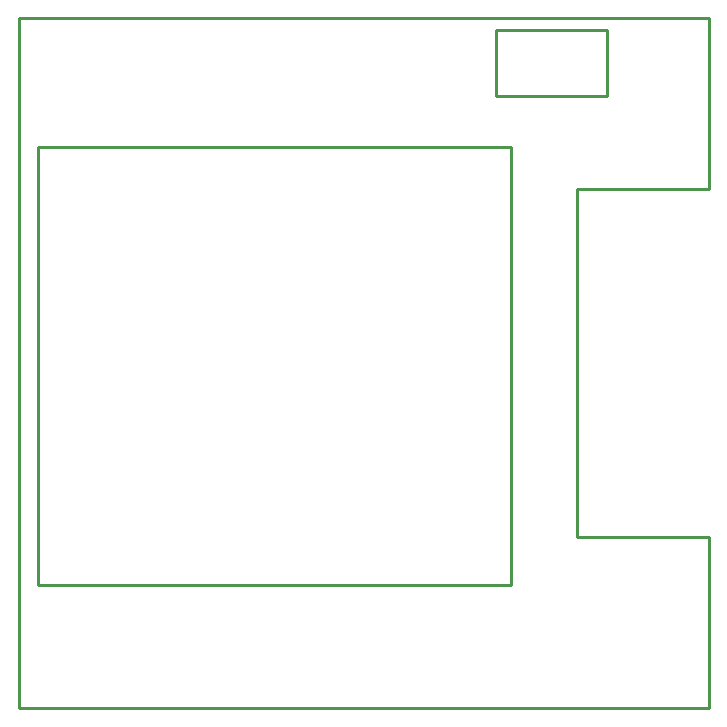
<source format=gko>
G04 Layer: BoardOutlineLayer*
G04 Panelize: , Column: 2, Row: 2, Board Size: 58.42mm x 58.42mm, Panelized Board Size: 118.84mm x 118.84mm*
G04 EasyEDA v6.5.32, 2023-07-25 14:04:49*
G04 1aaba066e45f43e88748cd023e3be469,5a6b42c53f6a479593ecc07194224c93,10*
G04 Gerber Generator version 0.2*
G04 Scale: 100 percent, Rotated: No, Reflected: No *
G04 Dimensions in millimeters *
G04 leading zeros omitted , absolute positions ,4 integer and 5 decimal *
%FSLAX45Y45*%
%MOMM*%

%ADD10C,0.2540*%
D10*
X0Y5842000D02*
G01*
X5842000Y5842000D01*
X5841987Y4394192D01*
X4724389Y4394192D01*
X4724389Y1447797D01*
X5841987Y1447797D01*
X5842000Y0D01*
X0Y502D01*
X0Y5842000D01*
X165105Y4749789D02*
G01*
X165105Y1041397D01*
X165105Y1041397D02*
G01*
X4165592Y1041397D01*
X4165592Y1041397D02*
G01*
X4165592Y4749789D01*
X4165592Y4749789D02*
G01*
X165105Y4749789D01*
X4038592Y5740387D02*
G01*
X4038592Y5181589D01*
X4038592Y5181589D02*
G01*
X4978389Y5181589D01*
X4978389Y5181589D02*
G01*
X4978389Y5740387D01*
X4978389Y5740387D02*
G01*
X4038592Y5740387D01*

%LPD*%
M02*

</source>
